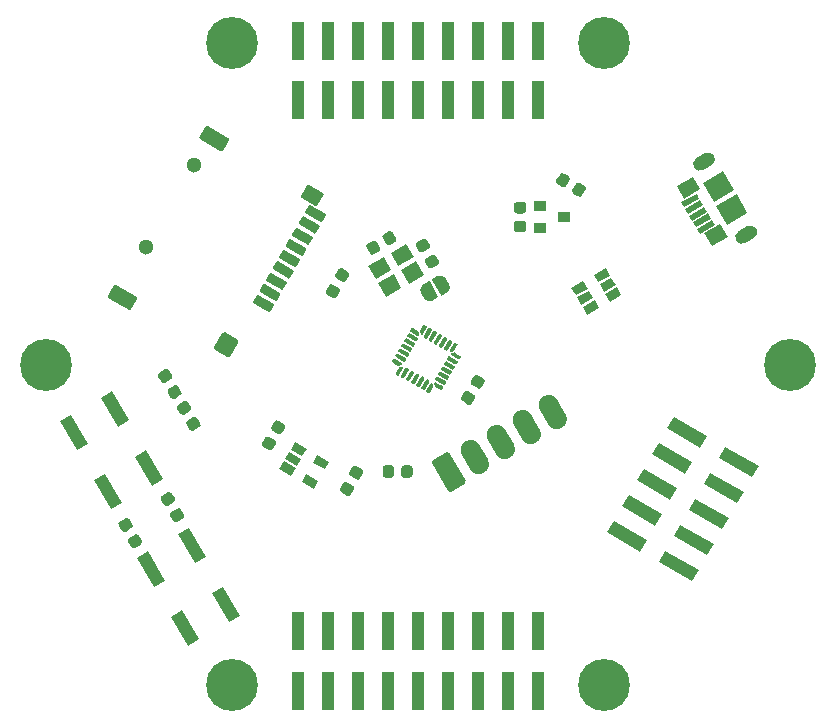
<source format=gts>
%TF.GenerationSoftware,KiCad,Pcbnew,5.1.6-c6e7f7d~86~ubuntu18.04.1*%
%TF.CreationDate,2020-07-24T20:28:44-07:00*%
%TF.ProjectId,stm32f042_breakout,73746d33-3266-4303-9432-5f627265616b,rev?*%
%TF.SameCoordinates,Original*%
%TF.FileFunction,Soldermask,Top*%
%TF.FilePolarity,Negative*%
%FSLAX46Y46*%
G04 Gerber Fmt 4.6, Leading zero omitted, Abs format (unit mm)*
G04 Created by KiCad (PCBNEW 5.1.6-c6e7f7d~86~ubuntu18.04.1) date 2020-07-24 20:28:44*
%MOMM*%
%LPD*%
G01*
G04 APERTURE LIST*
%ADD10C,1.300000*%
%ADD11R,1.100000X3.250000*%
%ADD12C,0.100000*%
%ADD13R,1.000000X0.900000*%
%ADD14C,4.400000*%
G04 APERTURE END LIST*
%TO.C,J7*%
G36*
G01*
X142438064Y-65130862D02*
X144204756Y-66150863D01*
G75*
G02*
X144252339Y-66328446I-65000J-112583D01*
G01*
X143732339Y-67229112D01*
G75*
G02*
X143554756Y-67276695I-112583J65000D01*
G01*
X141788064Y-66256695D01*
G75*
G02*
X141740481Y-66079112I65000J112583D01*
G01*
X142260481Y-65178446D01*
G75*
G02*
X142438064Y-65130863I112583J-65000D01*
G01*
G37*
G36*
G01*
X151630998Y-69168234D02*
X152739510Y-69808234D01*
G75*
G02*
X152798074Y-70026798I-80000J-138564D01*
G01*
X152108074Y-71221914D01*
G75*
G02*
X151889510Y-71280478I-138564J80000D01*
G01*
X150780998Y-70640478D01*
G75*
G02*
X150722434Y-70421914I80000J138564D01*
G01*
X151412434Y-69226798D01*
G75*
G02*
X151630998Y-69168234I138564J-80000D01*
G01*
G37*
G36*
G01*
X158805017Y-56682468D02*
X159965491Y-57352469D01*
G75*
G02*
X160013074Y-57530052I-65000J-112583D01*
G01*
X159493074Y-58430718D01*
G75*
G02*
X159315491Y-58478301I-112583J65000D01*
G01*
X158155017Y-57808301D01*
G75*
G02*
X158107434Y-57630718I65000J112583D01*
G01*
X158627434Y-56730052D01*
G75*
G02*
X158805017Y-56682469I112583J-65000D01*
G01*
G37*
G36*
G01*
X150188064Y-51707468D02*
X151954756Y-52727469D01*
G75*
G02*
X152002339Y-52905052I-65000J-112583D01*
G01*
X151482339Y-53805718D01*
G75*
G02*
X151304756Y-53853301I-112583J65000D01*
G01*
X149538064Y-52833301D01*
G75*
G02*
X149490481Y-52655718I65000J112583D01*
G01*
X150010481Y-51755052D01*
G75*
G02*
X150188064Y-51707469I112583J-65000D01*
G01*
G37*
D10*
X145000000Y-61933459D03*
X149000000Y-55005256D03*
G36*
G01*
X158859439Y-58388205D02*
X160193119Y-59158205D01*
G75*
G02*
X160222401Y-59267487I-40000J-69282D01*
G01*
X159902401Y-59821743D01*
G75*
G02*
X159793119Y-59851025I-69282J40000D01*
G01*
X158459439Y-59081025D01*
G75*
G02*
X158430157Y-58971743I40000J69282D01*
G01*
X158750157Y-58417487D01*
G75*
G02*
X158859439Y-58388205I69282J-40000D01*
G01*
G37*
G36*
G01*
X158309439Y-59340833D02*
X159643119Y-60110833D01*
G75*
G02*
X159672401Y-60220115I-40000J-69282D01*
G01*
X159352401Y-60774371D01*
G75*
G02*
X159243119Y-60803653I-69282J40000D01*
G01*
X157909439Y-60033653D01*
G75*
G02*
X157880157Y-59924371I40000J69282D01*
G01*
X158200157Y-59370115D01*
G75*
G02*
X158309439Y-59340833I69282J-40000D01*
G01*
G37*
G36*
G01*
X157759439Y-60293461D02*
X159093119Y-61063461D01*
G75*
G02*
X159122401Y-61172743I-40000J-69282D01*
G01*
X158802401Y-61726999D01*
G75*
G02*
X158693119Y-61756281I-69282J40000D01*
G01*
X157359439Y-60986281D01*
G75*
G02*
X157330157Y-60876999I40000J69282D01*
G01*
X157650157Y-60322743D01*
G75*
G02*
X157759439Y-60293461I69282J-40000D01*
G01*
G37*
G36*
G01*
X157209439Y-61246089D02*
X158543119Y-62016089D01*
G75*
G02*
X158572401Y-62125371I-40000J-69282D01*
G01*
X158252401Y-62679627D01*
G75*
G02*
X158143119Y-62708909I-69282J40000D01*
G01*
X156809439Y-61938909D01*
G75*
G02*
X156780157Y-61829627I40000J69282D01*
G01*
X157100157Y-61275371D01*
G75*
G02*
X157209439Y-61246089I69282J-40000D01*
G01*
G37*
G36*
G01*
X156659439Y-62198717D02*
X157993119Y-62968717D01*
G75*
G02*
X158022401Y-63077999I-40000J-69282D01*
G01*
X157702401Y-63632255D01*
G75*
G02*
X157593119Y-63661537I-69282J40000D01*
G01*
X156259439Y-62891537D01*
G75*
G02*
X156230157Y-62782255I40000J69282D01*
G01*
X156550157Y-62227999D01*
G75*
G02*
X156659439Y-62198717I69282J-40000D01*
G01*
G37*
G36*
G01*
X156109439Y-63151345D02*
X157443119Y-63921345D01*
G75*
G02*
X157472401Y-64030627I-40000J-69282D01*
G01*
X157152401Y-64584883D01*
G75*
G02*
X157043119Y-64614165I-69282J40000D01*
G01*
X155709439Y-63844165D01*
G75*
G02*
X155680157Y-63734883I40000J69282D01*
G01*
X156000157Y-63180627D01*
G75*
G02*
X156109439Y-63151345I69282J-40000D01*
G01*
G37*
G36*
G01*
X155559439Y-64103973D02*
X156893119Y-64873973D01*
G75*
G02*
X156922401Y-64983255I-40000J-69282D01*
G01*
X156602401Y-65537511D01*
G75*
G02*
X156493119Y-65566793I-69282J40000D01*
G01*
X155159439Y-64796793D01*
G75*
G02*
X155130157Y-64687511I40000J69282D01*
G01*
X155450157Y-64133255D01*
G75*
G02*
X155559439Y-64103973I69282J-40000D01*
G01*
G37*
G36*
G01*
X155009439Y-65056601D02*
X156343119Y-65826601D01*
G75*
G02*
X156372401Y-65935883I-40000J-69282D01*
G01*
X156052401Y-66490139D01*
G75*
G02*
X155943119Y-66519421I-69282J40000D01*
G01*
X154609439Y-65749421D01*
G75*
G02*
X154580157Y-65640139I40000J69282D01*
G01*
X154900157Y-65085883D01*
G75*
G02*
X155009439Y-65056601I69282J-40000D01*
G01*
G37*
G36*
G01*
X154459439Y-66009229D02*
X155793119Y-66779229D01*
G75*
G02*
X155822401Y-66888511I-40000J-69282D01*
G01*
X155502401Y-67442767D01*
G75*
G02*
X155393119Y-67472049I-69282J40000D01*
G01*
X154059439Y-66702049D01*
G75*
G02*
X154030157Y-66592767I40000J69282D01*
G01*
X154350157Y-66038511D01*
G75*
G02*
X154459439Y-66009229I69282J-40000D01*
G01*
G37*
%TD*%
%TO.C,J1*%
G36*
G01*
X179019287Y-76951818D02*
X178319287Y-75739382D01*
G75*
G02*
X178630409Y-74578260I736122J425000D01*
G01*
X178630409Y-74578260D01*
G75*
G02*
X179791531Y-74889382I425000J-736122D01*
G01*
X180491531Y-76101818D01*
G75*
G02*
X180180409Y-77262940I-736122J-425000D01*
G01*
X180180409Y-77262940D01*
G75*
G02*
X179019287Y-76951818I-425000J736122D01*
G01*
G37*
G36*
G01*
X176819583Y-78221818D02*
X176119583Y-77009382D01*
G75*
G02*
X176430705Y-75848260I736122J425000D01*
G01*
X176430705Y-75848260D01*
G75*
G02*
X177591827Y-76159382I425000J-736122D01*
G01*
X178291827Y-77371818D01*
G75*
G02*
X177980705Y-78532940I-736122J-425000D01*
G01*
X177980705Y-78532940D01*
G75*
G02*
X176819583Y-78221818I-425000J736122D01*
G01*
G37*
G36*
G01*
X174619878Y-79491818D02*
X173919878Y-78279382D01*
G75*
G02*
X174231000Y-77118260I736122J425000D01*
G01*
X174231000Y-77118260D01*
G75*
G02*
X175392122Y-77429382I425000J-736122D01*
G01*
X176092122Y-78641818D01*
G75*
G02*
X175781000Y-79802940I-736122J-425000D01*
G01*
X175781000Y-79802940D01*
G75*
G02*
X174619878Y-79491818I-425000J736122D01*
G01*
G37*
G36*
G01*
X172420173Y-80761818D02*
X171720173Y-79549382D01*
G75*
G02*
X172031295Y-78388260I736122J425000D01*
G01*
X172031295Y-78388260D01*
G75*
G02*
X173192417Y-78699382I425000J-736122D01*
G01*
X173892417Y-79911818D01*
G75*
G02*
X173581295Y-81072940I-736122J-425000D01*
G01*
X173581295Y-81072940D01*
G75*
G02*
X172420173Y-80761818I-425000J736122D01*
G01*
G37*
G36*
G01*
X170560469Y-82620715D02*
X169180470Y-80230485D01*
G75*
G02*
X169242694Y-79998261I147224J85000D01*
G01*
X170420488Y-79318261D01*
G75*
G02*
X170652712Y-79380485I85000J-147224D01*
G01*
X172032712Y-81770715D01*
G75*
G02*
X171970488Y-82002939I-147224J-85000D01*
G01*
X170792694Y-82682939D01*
G75*
G02*
X170560470Y-82620715I-85000J147224D01*
G01*
G37*
%TD*%
D11*
%TO.C,J4*%
X178160000Y-94475000D03*
X178160000Y-99525000D03*
X175620000Y-94475000D03*
X175620000Y-99525000D03*
X173080000Y-94475000D03*
X173080000Y-99525000D03*
X170540000Y-94475000D03*
X170540000Y-99525000D03*
X168000000Y-94475000D03*
X168000000Y-99525000D03*
X165460000Y-94475000D03*
X165460000Y-99525000D03*
X162920000Y-94475000D03*
X162920000Y-99525000D03*
X160380000Y-94475000D03*
X160380000Y-99525000D03*
X157840000Y-94475000D03*
X157840000Y-99525000D03*
%TD*%
%TO.C,C1*%
G36*
G01*
X179714953Y-56298870D02*
X179996202Y-55811730D01*
G75*
G02*
X180329171Y-55722511I211094J-121875D01*
G01*
X180751359Y-55966261D01*
G75*
G02*
X180840578Y-56299230I-121875J-211094D01*
G01*
X180559328Y-56786370D01*
G75*
G02*
X180226359Y-56875589I-211094J121875D01*
G01*
X179804171Y-56631839D01*
G75*
G02*
X179714952Y-56298870I121875J211094D01*
G01*
G37*
G36*
G01*
X181078943Y-57086370D02*
X181360192Y-56599230D01*
G75*
G02*
X181693161Y-56510011I211094J-121875D01*
G01*
X182115349Y-56753761D01*
G75*
G02*
X182204568Y-57086730I-121875J-211094D01*
G01*
X181923318Y-57573870D01*
G75*
G02*
X181590349Y-57663089I-211094J121875D01*
G01*
X181168161Y-57419339D01*
G75*
G02*
X181078942Y-57086370I121875J211094D01*
G01*
G37*
%TD*%
%TO.C,C2*%
G36*
G01*
X176365590Y-59710600D02*
X176928090Y-59710600D01*
G75*
G02*
X177171840Y-59954350I0J-243750D01*
G01*
X177171840Y-60441850D01*
G75*
G02*
X176928090Y-60685600I-243750J0D01*
G01*
X176365590Y-60685600D01*
G75*
G02*
X176121840Y-60441850I0J243750D01*
G01*
X176121840Y-59954350D01*
G75*
G02*
X176365590Y-59710600I243750J0D01*
G01*
G37*
G36*
G01*
X176365590Y-58135600D02*
X176928090Y-58135600D01*
G75*
G02*
X177171840Y-58379350I0J-243750D01*
G01*
X177171840Y-58866850D01*
G75*
G02*
X176928090Y-59110600I-243750J0D01*
G01*
X176365590Y-59110600D01*
G75*
G02*
X176121840Y-58866850I0J243750D01*
G01*
X176121840Y-58379350D01*
G75*
G02*
X176365590Y-58135600I243750J0D01*
G01*
G37*
%TD*%
%TO.C,C3*%
G36*
G01*
X156176148Y-77768359D02*
X155689008Y-77487110D01*
G75*
G02*
X155599789Y-77154141I121875J211094D01*
G01*
X155843539Y-76731953D01*
G75*
G02*
X156176508Y-76642734I211094J-121875D01*
G01*
X156663648Y-76923984D01*
G75*
G02*
X156752867Y-77256953I-121875J-211094D01*
G01*
X156509117Y-77679141D01*
G75*
G02*
X156176148Y-77768360I-211094J121875D01*
G01*
G37*
G36*
G01*
X155388648Y-79132349D02*
X154901508Y-78851100D01*
G75*
G02*
X154812289Y-78518131I121875J211094D01*
G01*
X155056039Y-78095943D01*
G75*
G02*
X155389008Y-78006724I211094J-121875D01*
G01*
X155876148Y-78287974D01*
G75*
G02*
X155965367Y-78620943I-121875J-211094D01*
G01*
X155721617Y-79043131D01*
G75*
G02*
X155388648Y-79132350I-211094J121875D01*
G01*
G37*
%TD*%
%TO.C,C4*%
G36*
G01*
X172262520Y-75282002D02*
X171775380Y-75000753D01*
G75*
G02*
X171686161Y-74667784I121875J211094D01*
G01*
X171929911Y-74245596D01*
G75*
G02*
X172262880Y-74156377I211094J-121875D01*
G01*
X172750020Y-74437627D01*
G75*
G02*
X172839239Y-74770596I-121875J-211094D01*
G01*
X172595489Y-75192784D01*
G75*
G02*
X172262520Y-75282003I-211094J121875D01*
G01*
G37*
G36*
G01*
X173050020Y-73918012D02*
X172562880Y-73636763D01*
G75*
G02*
X172473661Y-73303794I121875J211094D01*
G01*
X172717411Y-72881606D01*
G75*
G02*
X173050380Y-72792387I211094J-121875D01*
G01*
X173537520Y-73073637D01*
G75*
G02*
X173626739Y-73406606I-121875J-211094D01*
G01*
X173382989Y-73828794D01*
G75*
G02*
X173050020Y-73918013I-211094J121875D01*
G01*
G37*
%TD*%
%TO.C,C5*%
G36*
G01*
X168893570Y-62099567D02*
X168406430Y-62380818D01*
G75*
G02*
X168073461Y-62291599I-121875J211094D01*
G01*
X167829711Y-61869411D01*
G75*
G02*
X167918930Y-61536442I211094J121875D01*
G01*
X168406070Y-61255192D01*
G75*
G02*
X168739039Y-61344411I121875J-211094D01*
G01*
X168982789Y-61766599D01*
G75*
G02*
X168893570Y-62099568I-211094J-121875D01*
G01*
G37*
G36*
G01*
X169681070Y-63463557D02*
X169193930Y-63744808D01*
G75*
G02*
X168860961Y-63655589I-121875J211094D01*
G01*
X168617211Y-63233401D01*
G75*
G02*
X168706430Y-62900432I211094J121875D01*
G01*
X169193570Y-62619182D01*
G75*
G02*
X169526539Y-62708401I121875J-211094D01*
G01*
X169770289Y-63130589D01*
G75*
G02*
X169681070Y-63463558I-211094J-121875D01*
G01*
G37*
%TD*%
%TO.C,C6*%
G36*
G01*
X163936443Y-62481070D02*
X163655192Y-61993930D01*
G75*
G02*
X163744411Y-61660961I211094J121875D01*
G01*
X164166599Y-61417211D01*
G75*
G02*
X164499568Y-61506430I121875J-211094D01*
G01*
X164780818Y-61993570D01*
G75*
G02*
X164691599Y-62326539I-211094J-121875D01*
G01*
X164269411Y-62570289D01*
G75*
G02*
X163936442Y-62481070I-121875J211094D01*
G01*
G37*
G36*
G01*
X165300433Y-61693570D02*
X165019182Y-61206430D01*
G75*
G02*
X165108401Y-60873461I211094J121875D01*
G01*
X165530589Y-60629711D01*
G75*
G02*
X165863558Y-60718930I121875J-211094D01*
G01*
X166144808Y-61206070D01*
G75*
G02*
X166055589Y-61539039I-211094J-121875D01*
G01*
X165633401Y-61782789D01*
G75*
G02*
X165300432Y-61693570I-121875J211094D01*
G01*
G37*
%TD*%
%TO.C,C7*%
G36*
G01*
X161998256Y-82985926D02*
X161511116Y-82704677D01*
G75*
G02*
X161421897Y-82371708I121875J211094D01*
G01*
X161665647Y-81949520D01*
G75*
G02*
X161998616Y-81860301I211094J-121875D01*
G01*
X162485756Y-82141551D01*
G75*
G02*
X162574975Y-82474520I-121875J-211094D01*
G01*
X162331225Y-82896708D01*
G75*
G02*
X161998256Y-82985927I-211094J121875D01*
G01*
G37*
G36*
G01*
X162785756Y-81621936D02*
X162298616Y-81340687D01*
G75*
G02*
X162209397Y-81007718I121875J211094D01*
G01*
X162453147Y-80585530D01*
G75*
G02*
X162786116Y-80496311I211094J-121875D01*
G01*
X163273256Y-80777561D01*
G75*
G02*
X163362475Y-81110530I-121875J-211094D01*
G01*
X163118725Y-81532718D01*
G75*
G02*
X162785756Y-81621937I-211094J121875D01*
G01*
G37*
%TD*%
%TO.C,C8*%
G36*
G01*
X160794780Y-65126678D02*
X161281920Y-65407927D01*
G75*
G02*
X161371139Y-65740896I-121875J-211094D01*
G01*
X161127389Y-66163084D01*
G75*
G02*
X160794420Y-66252303I-211094J121875D01*
G01*
X160307280Y-65971053D01*
G75*
G02*
X160218061Y-65638084I121875J211094D01*
G01*
X160461811Y-65215896D01*
G75*
G02*
X160794780Y-65126677I211094J-121875D01*
G01*
G37*
G36*
G01*
X161582280Y-63762688D02*
X162069420Y-64043937D01*
G75*
G02*
X162158639Y-64376906I-121875J-211094D01*
G01*
X161914889Y-64799094D01*
G75*
G02*
X161581920Y-64888313I-211094J121875D01*
G01*
X161094780Y-64607063D01*
G75*
G02*
X161005561Y-64274094I121875J211094D01*
G01*
X161249311Y-63851906D01*
G75*
G02*
X161582280Y-63762687I211094J-121875D01*
G01*
G37*
%TD*%
D12*
%TO.C,J2*%
G36*
X194774925Y-57133573D02*
G01*
X193042875Y-58133573D01*
X192117875Y-56531427D01*
X193849925Y-55531427D01*
X194774925Y-57133573D01*
G37*
G36*
X192813452Y-59536202D02*
G01*
X191514414Y-60286202D01*
X191264414Y-59853190D01*
X192563452Y-59103190D01*
X192813452Y-59536202D01*
G37*
G36*
X193138452Y-60099118D02*
G01*
X191839414Y-60849118D01*
X191589414Y-60416106D01*
X192888452Y-59666106D01*
X193138452Y-60099118D01*
G37*
G36*
X191838452Y-57847452D02*
G01*
X190539414Y-58597452D01*
X190289414Y-58164440D01*
X191588452Y-57414440D01*
X191838452Y-57847452D01*
G37*
G36*
X192163452Y-58410368D02*
G01*
X190864414Y-59160368D01*
X190614414Y-58727356D01*
X191913452Y-57977356D01*
X192163452Y-58410368D01*
G37*
G36*
X192488452Y-58973285D02*
G01*
X191189414Y-59723285D01*
X190939414Y-59290273D01*
X192238452Y-58540273D01*
X192488452Y-58973285D01*
G37*
G36*
X195899925Y-59082131D02*
G01*
X194167875Y-60082131D01*
X193242875Y-58479985D01*
X194974925Y-57479985D01*
X195899925Y-59082131D01*
G37*
G36*
G01*
X195140839Y-60617355D02*
X195876961Y-60192355D01*
G75*
G02*
X196662426Y-60402820I287500J-497965D01*
G01*
X196662426Y-60402820D01*
G75*
G02*
X196451961Y-61188285I-497965J-287500D01*
G01*
X195715839Y-61613285D01*
G75*
G02*
X194930374Y-61402820I-287500J497965D01*
G01*
X194930374Y-61402820D01*
G75*
G02*
X195140839Y-60617355I497965J287500D01*
G01*
G37*
G36*
G01*
X192876961Y-54996203D02*
X192140839Y-55421203D01*
G75*
G02*
X191355374Y-55210738I-287500J497965D01*
G01*
X191355374Y-55210738D01*
G75*
G02*
X191565839Y-54425273I497965J287500D01*
G01*
X192301961Y-54000273D01*
G75*
G02*
X193087426Y-54210738I287500J-497965D01*
G01*
X193087426Y-54210738D01*
G75*
G02*
X192876961Y-54996203I-497965J-287500D01*
G01*
G37*
G36*
X191901334Y-57066366D02*
G01*
X190558994Y-57841366D01*
X189933994Y-56758834D01*
X191276334Y-55983834D01*
X191901334Y-57066366D01*
G37*
G36*
X194221334Y-61084724D02*
G01*
X192878994Y-61859724D01*
X192253994Y-60777192D01*
X193596334Y-60002192D01*
X194221334Y-61084724D01*
G37*
%TD*%
D11*
%TO.C,J3*%
X178160000Y-44475000D03*
X178160000Y-49525000D03*
X175620000Y-44475000D03*
X175620000Y-49525000D03*
X173080000Y-44475000D03*
X173080000Y-49525000D03*
X170540000Y-44475000D03*
X170540000Y-49525000D03*
X168000000Y-44475000D03*
X168000000Y-49525000D03*
X165460000Y-44475000D03*
X165460000Y-49525000D03*
X162920000Y-44475000D03*
X162920000Y-49525000D03*
X160380000Y-44475000D03*
X160380000Y-49525000D03*
X157840000Y-44475000D03*
X157840000Y-49525000D03*
%TD*%
D12*
%TO.C,J5*%
G36*
X189107495Y-77301205D02*
G01*
X189657495Y-76348577D01*
X192472077Y-77973577D01*
X191922077Y-78926205D01*
X189107495Y-77301205D01*
G37*
G36*
X193480923Y-79826205D02*
G01*
X194030923Y-78873577D01*
X196845505Y-80498577D01*
X196295505Y-81451205D01*
X193480923Y-79826205D01*
G37*
G36*
X187837495Y-79500909D02*
G01*
X188387495Y-78548281D01*
X191202077Y-80173281D01*
X190652077Y-81125909D01*
X187837495Y-79500909D01*
G37*
G36*
X192210923Y-82025909D02*
G01*
X192760923Y-81073281D01*
X195575505Y-82698281D01*
X195025505Y-83650909D01*
X192210923Y-82025909D01*
G37*
G36*
X186567495Y-81700614D02*
G01*
X187117495Y-80747986D01*
X189932077Y-82372986D01*
X189382077Y-83325614D01*
X186567495Y-81700614D01*
G37*
G36*
X190940923Y-84225614D02*
G01*
X191490923Y-83272986D01*
X194305505Y-84897986D01*
X193755505Y-85850614D01*
X190940923Y-84225614D01*
G37*
G36*
X185297495Y-83900319D02*
G01*
X185847495Y-82947691D01*
X188662077Y-84572691D01*
X188112077Y-85525319D01*
X185297495Y-83900319D01*
G37*
G36*
X189670923Y-86425319D02*
G01*
X190220923Y-85472691D01*
X193035505Y-87097691D01*
X192485505Y-88050319D01*
X189670923Y-86425319D01*
G37*
G36*
X184027495Y-86100023D02*
G01*
X184577495Y-85147395D01*
X187392077Y-86772395D01*
X186842077Y-87725023D01*
X184027495Y-86100023D01*
G37*
G36*
X188400923Y-88625023D02*
G01*
X188950923Y-87672395D01*
X191765505Y-89297395D01*
X191215505Y-90250023D01*
X188400923Y-88625023D01*
G37*
%TD*%
%TO.C,J6*%
G36*
X157211321Y-79098079D02*
G01*
X157586321Y-78448559D01*
X158590911Y-79028559D01*
X158215911Y-79678079D01*
X157211321Y-79098079D01*
G37*
G36*
X156736321Y-79920803D02*
G01*
X157111321Y-79271283D01*
X158115911Y-79851283D01*
X157740911Y-80500803D01*
X156736321Y-79920803D01*
G37*
G36*
X156261321Y-80743527D02*
G01*
X156636321Y-80094007D01*
X157640911Y-80674007D01*
X157265911Y-81323527D01*
X156261321Y-80743527D01*
G37*
G36*
X158166577Y-81843527D02*
G01*
X158541577Y-81194007D01*
X159546167Y-81774007D01*
X159171167Y-82423527D01*
X158166577Y-81843527D01*
G37*
G36*
X159116577Y-80198079D02*
G01*
X159491577Y-79548559D01*
X160496167Y-80128559D01*
X160121167Y-80778079D01*
X159116577Y-80198079D01*
G37*
%TD*%
%TO.C,R1*%
G36*
G01*
X146328930Y-83006443D02*
X146816070Y-82725192D01*
G75*
G02*
X147149039Y-82814411I121875J-211094D01*
G01*
X147392789Y-83236599D01*
G75*
G02*
X147303570Y-83569568I-211094J-121875D01*
G01*
X146816430Y-83850818D01*
G75*
G02*
X146483461Y-83761599I-121875J211094D01*
G01*
X146239711Y-83339411D01*
G75*
G02*
X146328930Y-83006442I211094J121875D01*
G01*
G37*
G36*
G01*
X147116430Y-84370433D02*
X147603570Y-84089182D01*
G75*
G02*
X147936539Y-84178401I121875J-211094D01*
G01*
X148180289Y-84600589D01*
G75*
G02*
X148091070Y-84933558I-211094J-121875D01*
G01*
X147603930Y-85214808D01*
G75*
G02*
X147270961Y-85125589I-121875J211094D01*
G01*
X147027211Y-84703401D01*
G75*
G02*
X147116430Y-84370432I211094J121875D01*
G01*
G37*
%TD*%
%TO.C,R2*%
G36*
G01*
X143733570Y-85769567D02*
X143246430Y-86050818D01*
G75*
G02*
X142913461Y-85961599I-121875J211094D01*
G01*
X142669711Y-85539411D01*
G75*
G02*
X142758930Y-85206442I211094J121875D01*
G01*
X143246070Y-84925192D01*
G75*
G02*
X143579039Y-85014411I121875J-211094D01*
G01*
X143822789Y-85436599D01*
G75*
G02*
X143733570Y-85769568I-211094J-121875D01*
G01*
G37*
G36*
G01*
X144521070Y-87133557D02*
X144033930Y-87414808D01*
G75*
G02*
X143700961Y-87325589I-121875J211094D01*
G01*
X143457211Y-86903401D01*
G75*
G02*
X143546430Y-86570432I211094J121875D01*
G01*
X144033570Y-86289182D01*
G75*
G02*
X144366539Y-86378401I121875J-211094D01*
G01*
X144610289Y-86800589D01*
G75*
G02*
X144521070Y-87133558I-211094J-121875D01*
G01*
G37*
%TD*%
%TO.C,SW1*%
G36*
X144043237Y-79685067D02*
G01*
X144995865Y-79135067D01*
X146420865Y-81603239D01*
X145468237Y-82153239D01*
X144043237Y-79685067D01*
G37*
G36*
X141163237Y-74696761D02*
G01*
X142115865Y-74146761D01*
X143540865Y-76614933D01*
X142588237Y-77164933D01*
X141163237Y-74696761D01*
G37*
G36*
X137699135Y-76696761D02*
G01*
X138651763Y-76146761D01*
X140076763Y-78614933D01*
X139124135Y-79164933D01*
X137699135Y-76696761D01*
G37*
G36*
X140579135Y-81685067D02*
G01*
X141531763Y-81135067D01*
X142956763Y-83603239D01*
X142004135Y-84153239D01*
X140579135Y-81685067D01*
G37*
%TD*%
%TO.C,SW2*%
G36*
X150042916Y-88180780D02*
G01*
X149090288Y-88730780D01*
X147665288Y-86262608D01*
X148617916Y-85712608D01*
X150042916Y-88180780D01*
G37*
G36*
X152922916Y-93169086D02*
G01*
X151970288Y-93719086D01*
X150545288Y-91250914D01*
X151497916Y-90700914D01*
X152922916Y-93169086D01*
G37*
G36*
X149458814Y-95169086D02*
G01*
X148506186Y-95719086D01*
X147081186Y-93250914D01*
X148033814Y-92700914D01*
X149458814Y-95169086D01*
G37*
G36*
X146578814Y-90180780D02*
G01*
X145626186Y-90730780D01*
X144201186Y-88262608D01*
X145153814Y-87712608D01*
X146578814Y-90180780D01*
G37*
%TD*%
D13*
%TO.C,U1*%
X178327300Y-58452980D03*
X178327300Y-60352980D03*
X180327300Y-59402980D03*
%TD*%
D12*
%TO.C,U2*%
G36*
X184856251Y-65361088D02*
G01*
X185231251Y-66010608D01*
X184226661Y-66590608D01*
X183851661Y-65941088D01*
X184856251Y-65361088D01*
G37*
G36*
X184381251Y-64538364D02*
G01*
X184756251Y-65187884D01*
X183751661Y-65767884D01*
X183376661Y-65118364D01*
X184381251Y-64538364D01*
G37*
G36*
X183906251Y-63715640D02*
G01*
X184281251Y-64365160D01*
X183276661Y-64945160D01*
X182901661Y-64295640D01*
X183906251Y-63715640D01*
G37*
G36*
X182000995Y-64815640D02*
G01*
X182375995Y-65465160D01*
X181371405Y-66045160D01*
X180996405Y-65395640D01*
X182000995Y-64815640D01*
G37*
G36*
X182950995Y-66461088D02*
G01*
X183325995Y-67110608D01*
X182321405Y-67690608D01*
X181946405Y-67041088D01*
X182950995Y-66461088D01*
G37*
G36*
X182475995Y-65638364D02*
G01*
X182850995Y-66287884D01*
X181846405Y-66867884D01*
X181471405Y-66218364D01*
X182475995Y-65638364D01*
G37*
%TD*%
%TO.C,U3*%
G36*
X168016157Y-69090248D02*
G01*
X168023328Y-69095386D01*
X168030692Y-69101845D01*
X168036723Y-69108283D01*
X168042695Y-69116064D01*
X168047353Y-69123556D01*
X168051686Y-69132344D01*
X168054794Y-69140600D01*
X168056295Y-69145272D01*
X168105210Y-69327828D01*
X168106247Y-69332625D01*
X168107683Y-69341328D01*
X168108325Y-69351106D01*
X168108036Y-69359923D01*
X168106756Y-69369647D01*
X168104752Y-69378238D01*
X168101603Y-69387514D01*
X168097963Y-69395549D01*
X168095720Y-69399916D01*
X168082540Y-69422744D01*
X168079880Y-69426870D01*
X168074741Y-69434040D01*
X168068283Y-69441404D01*
X168061845Y-69447435D01*
X168054063Y-69453407D01*
X168046572Y-69458065D01*
X168037783Y-69462398D01*
X168029528Y-69465506D01*
X168020058Y-69468043D01*
X168011355Y-69469480D01*
X168001577Y-69470121D01*
X167992760Y-69469833D01*
X167983036Y-69468552D01*
X167974445Y-69466548D01*
X167965169Y-69463400D01*
X167957134Y-69459759D01*
X167952767Y-69457516D01*
X167376861Y-69125016D01*
X167372735Y-69122356D01*
X167365565Y-69117218D01*
X167358200Y-69110759D01*
X167352169Y-69104321D01*
X167346198Y-69096540D01*
X167341540Y-69089048D01*
X167337206Y-69080260D01*
X167334099Y-69072004D01*
X167331561Y-69062535D01*
X167330125Y-69053831D01*
X167329483Y-69044054D01*
X167329772Y-69035237D01*
X167331052Y-69025512D01*
X167333056Y-69016921D01*
X167336205Y-69007646D01*
X167339845Y-68999611D01*
X167342088Y-68995244D01*
X167422088Y-68856680D01*
X167424748Y-68852554D01*
X167429887Y-68845384D01*
X167436345Y-68838020D01*
X167442783Y-68831989D01*
X167450565Y-68826017D01*
X167458056Y-68821359D01*
X167466845Y-68817026D01*
X167475100Y-68813918D01*
X167484570Y-68811381D01*
X167493273Y-68809944D01*
X167503051Y-68809303D01*
X167511868Y-68809591D01*
X167521592Y-68810872D01*
X167530183Y-68812876D01*
X167539459Y-68816024D01*
X167547494Y-68819665D01*
X167551861Y-68821908D01*
X168012032Y-69087588D01*
X168016157Y-69090248D01*
G37*
G36*
G01*
X167088339Y-69434752D02*
X167175839Y-69283198D01*
G75*
G02*
X167295366Y-69251171I75777J-43750D01*
G01*
X167988186Y-69651171D01*
G75*
G02*
X168020213Y-69770698I-43750J-75777D01*
G01*
X167932713Y-69922252D01*
G75*
G02*
X167813186Y-69954279I-75777J43750D01*
G01*
X167120366Y-69554279D01*
G75*
G02*
X167088339Y-69434752I43750J75777D01*
G01*
G37*
G36*
G01*
X166838339Y-69867764D02*
X166925839Y-69716210D01*
G75*
G02*
X167045366Y-69684183I75777J-43750D01*
G01*
X167738186Y-70084183D01*
G75*
G02*
X167770213Y-70203710I-43750J-75777D01*
G01*
X167682713Y-70355264D01*
G75*
G02*
X167563186Y-70387291I-75777J43750D01*
G01*
X166870366Y-69987291D01*
G75*
G02*
X166838339Y-69867764I43750J75777D01*
G01*
G37*
G36*
G01*
X166588339Y-70300777D02*
X166675839Y-70149223D01*
G75*
G02*
X166795366Y-70117196I75777J-43750D01*
G01*
X167488186Y-70517196D01*
G75*
G02*
X167520213Y-70636723I-43750J-75777D01*
G01*
X167432713Y-70788277D01*
G75*
G02*
X167313186Y-70820304I-75777J43750D01*
G01*
X166620366Y-70420304D01*
G75*
G02*
X166588339Y-70300777I43750J75777D01*
G01*
G37*
G36*
G01*
X166338339Y-70733790D02*
X166425839Y-70582236D01*
G75*
G02*
X166545366Y-70550209I75777J-43750D01*
G01*
X167238186Y-70950209D01*
G75*
G02*
X167270213Y-71069736I-43750J-75777D01*
G01*
X167182713Y-71221290D01*
G75*
G02*
X167063186Y-71253317I-75777J43750D01*
G01*
X166370366Y-70853317D01*
G75*
G02*
X166338339Y-70733790I43750J75777D01*
G01*
G37*
G36*
G01*
X166088339Y-71166802D02*
X166175839Y-71015248D01*
G75*
G02*
X166295366Y-70983221I75777J-43750D01*
G01*
X166988186Y-71383221D01*
G75*
G02*
X167020213Y-71502748I-43750J-75777D01*
G01*
X166932713Y-71654302D01*
G75*
G02*
X166813186Y-71686329I-75777J43750D01*
G01*
X166120366Y-71286329D01*
G75*
G02*
X166088339Y-71166802I43750J75777D01*
G01*
G37*
G36*
X166631893Y-71755144D02*
G01*
X166639063Y-71760282D01*
X166646428Y-71766741D01*
X166652459Y-71773179D01*
X166658430Y-71780960D01*
X166663088Y-71788452D01*
X166667422Y-71797240D01*
X166670529Y-71805496D01*
X166673067Y-71814965D01*
X166674503Y-71823669D01*
X166675145Y-71833446D01*
X166674856Y-71842263D01*
X166673576Y-71851988D01*
X166671572Y-71860579D01*
X166668423Y-71869854D01*
X166664783Y-71877889D01*
X166662540Y-71882256D01*
X166649360Y-71905084D01*
X166646700Y-71909210D01*
X166641561Y-71916380D01*
X166635103Y-71923745D01*
X166628665Y-71929776D01*
X166620883Y-71935747D01*
X166613392Y-71940405D01*
X166604603Y-71944739D01*
X166596348Y-71947846D01*
X166591675Y-71949347D01*
X166409120Y-71998263D01*
X166404323Y-71999299D01*
X166395619Y-72000736D01*
X166385842Y-72001377D01*
X166377025Y-72001089D01*
X166367300Y-71999808D01*
X166358709Y-71997804D01*
X166349434Y-71994656D01*
X166341398Y-71991015D01*
X166337032Y-71988772D01*
X165876861Y-71723092D01*
X165872735Y-71720432D01*
X165865565Y-71715294D01*
X165858200Y-71708835D01*
X165852169Y-71702397D01*
X165846198Y-71694616D01*
X165841540Y-71687124D01*
X165837206Y-71678336D01*
X165834099Y-71670080D01*
X165831561Y-71660611D01*
X165830125Y-71651907D01*
X165829483Y-71642130D01*
X165829772Y-71633313D01*
X165831052Y-71623588D01*
X165833056Y-71614997D01*
X165836205Y-71605722D01*
X165839845Y-71597687D01*
X165842088Y-71593320D01*
X165922088Y-71454756D01*
X165924748Y-71450630D01*
X165929887Y-71443460D01*
X165936345Y-71436096D01*
X165942783Y-71430065D01*
X165950565Y-71424093D01*
X165958056Y-71419435D01*
X165966845Y-71415102D01*
X165975100Y-71411994D01*
X165984570Y-71409457D01*
X165993273Y-71408020D01*
X166003051Y-71407379D01*
X166011868Y-71407667D01*
X166021592Y-71408948D01*
X166030183Y-71410952D01*
X166039459Y-71414100D01*
X166047494Y-71417741D01*
X166051861Y-71419984D01*
X166627767Y-71752484D01*
X166631893Y-71755144D01*
G37*
G36*
X166721570Y-72089820D02*
G01*
X166728740Y-72094959D01*
X166736104Y-72101417D01*
X166742135Y-72107855D01*
X166748107Y-72115637D01*
X166752765Y-72123128D01*
X166757098Y-72131917D01*
X166760206Y-72140172D01*
X166762743Y-72149642D01*
X166764180Y-72158345D01*
X166764821Y-72168123D01*
X166764533Y-72176940D01*
X166763252Y-72186664D01*
X166761248Y-72195255D01*
X166758100Y-72204531D01*
X166754459Y-72212566D01*
X166752216Y-72216933D01*
X166419716Y-72792839D01*
X166417056Y-72796965D01*
X166411918Y-72804135D01*
X166405459Y-72811500D01*
X166399021Y-72817531D01*
X166391240Y-72823502D01*
X166383748Y-72828160D01*
X166374960Y-72832494D01*
X166366704Y-72835601D01*
X166357235Y-72838139D01*
X166348531Y-72839575D01*
X166338754Y-72840217D01*
X166329937Y-72839928D01*
X166320212Y-72838648D01*
X166311621Y-72836644D01*
X166302346Y-72833495D01*
X166294311Y-72829855D01*
X166289944Y-72827612D01*
X166151380Y-72747612D01*
X166147254Y-72744952D01*
X166140084Y-72739813D01*
X166132720Y-72733355D01*
X166126689Y-72726917D01*
X166120717Y-72719135D01*
X166116059Y-72711644D01*
X166111726Y-72702855D01*
X166108618Y-72694600D01*
X166106081Y-72685130D01*
X166104644Y-72676427D01*
X166104003Y-72666649D01*
X166104291Y-72657832D01*
X166105572Y-72648108D01*
X166107576Y-72639517D01*
X166110724Y-72630241D01*
X166114365Y-72622206D01*
X166116608Y-72617839D01*
X166382288Y-72157668D01*
X166384948Y-72153543D01*
X166390086Y-72146372D01*
X166396545Y-72139008D01*
X166402983Y-72132977D01*
X166410764Y-72127005D01*
X166418256Y-72122347D01*
X166427044Y-72118014D01*
X166435300Y-72114906D01*
X166439972Y-72113405D01*
X166622528Y-72064490D01*
X166627325Y-72063453D01*
X166636028Y-72062017D01*
X166645806Y-72061375D01*
X166654623Y-72061664D01*
X166664347Y-72062944D01*
X166672938Y-72064948D01*
X166682214Y-72068097D01*
X166690249Y-72071737D01*
X166694616Y-72073980D01*
X166717444Y-72087160D01*
X166721570Y-72089820D01*
G37*
G36*
G01*
X166545871Y-72874334D02*
X166945871Y-72181514D01*
G75*
G02*
X167065398Y-72149487I75777J-43750D01*
G01*
X167216952Y-72236987D01*
G75*
G02*
X167248979Y-72356514I-43750J-75777D01*
G01*
X166848979Y-73049334D01*
G75*
G02*
X166729452Y-73081361I-75777J43750D01*
G01*
X166577898Y-72993861D01*
G75*
G02*
X166545871Y-72874334I43750J75777D01*
G01*
G37*
G36*
G01*
X166978883Y-73124334D02*
X167378883Y-72431514D01*
G75*
G02*
X167498410Y-72399487I75777J-43750D01*
G01*
X167649964Y-72486987D01*
G75*
G02*
X167681991Y-72606514I-43750J-75777D01*
G01*
X167281991Y-73299334D01*
G75*
G02*
X167162464Y-73331361I-75777J43750D01*
G01*
X167010910Y-73243861D01*
G75*
G02*
X166978883Y-73124334I43750J75777D01*
G01*
G37*
G36*
G01*
X167411896Y-73374334D02*
X167811896Y-72681514D01*
G75*
G02*
X167931423Y-72649487I75777J-43750D01*
G01*
X168082977Y-72736987D01*
G75*
G02*
X168115004Y-72856514I-43750J-75777D01*
G01*
X167715004Y-73549334D01*
G75*
G02*
X167595477Y-73581361I-75777J43750D01*
G01*
X167443923Y-73493861D01*
G75*
G02*
X167411896Y-73374334I43750J75777D01*
G01*
G37*
G36*
G01*
X167844909Y-73624334D02*
X168244909Y-72931514D01*
G75*
G02*
X168364436Y-72899487I75777J-43750D01*
G01*
X168515990Y-72986987D01*
G75*
G02*
X168548017Y-73106514I-43750J-75777D01*
G01*
X168148017Y-73799334D01*
G75*
G02*
X168028490Y-73831361I-75777J43750D01*
G01*
X167876936Y-73743861D01*
G75*
G02*
X167844909Y-73624334I43750J75777D01*
G01*
G37*
G36*
G01*
X168277921Y-73874334D02*
X168677921Y-73181514D01*
G75*
G02*
X168797448Y-73149487I75777J-43750D01*
G01*
X168949002Y-73236987D01*
G75*
G02*
X168981029Y-73356514I-43750J-75777D01*
G01*
X168581029Y-74049334D01*
G75*
G02*
X168461502Y-74081361I-75777J43750D01*
G01*
X168309948Y-73993861D01*
G75*
G02*
X168277921Y-73874334I43750J75777D01*
G01*
G37*
G36*
X169203910Y-73523000D02*
G01*
X169211080Y-73528139D01*
X169218445Y-73534597D01*
X169224476Y-73541035D01*
X169230447Y-73548817D01*
X169235105Y-73556308D01*
X169239439Y-73565097D01*
X169242546Y-73573352D01*
X169244047Y-73578025D01*
X169292963Y-73760580D01*
X169293999Y-73765377D01*
X169295436Y-73774081D01*
X169296077Y-73783858D01*
X169295789Y-73792675D01*
X169294508Y-73802400D01*
X169292504Y-73810991D01*
X169289356Y-73820266D01*
X169285715Y-73828302D01*
X169283472Y-73832668D01*
X169017792Y-74292839D01*
X169015132Y-74296965D01*
X169009994Y-74304135D01*
X169003535Y-74311500D01*
X168997097Y-74317531D01*
X168989316Y-74323502D01*
X168981824Y-74328160D01*
X168973036Y-74332494D01*
X168964780Y-74335601D01*
X168955311Y-74338139D01*
X168946607Y-74339575D01*
X168936830Y-74340217D01*
X168928013Y-74339928D01*
X168918288Y-74338648D01*
X168909697Y-74336644D01*
X168900422Y-74333495D01*
X168892387Y-74329855D01*
X168888020Y-74327612D01*
X168749456Y-74247612D01*
X168745330Y-74244952D01*
X168738160Y-74239813D01*
X168730796Y-74233355D01*
X168724765Y-74226917D01*
X168718793Y-74219135D01*
X168714135Y-74211644D01*
X168709802Y-74202855D01*
X168706694Y-74194600D01*
X168704157Y-74185130D01*
X168702720Y-74176427D01*
X168702079Y-74166649D01*
X168702367Y-74157832D01*
X168703648Y-74148108D01*
X168705652Y-74139517D01*
X168708800Y-74130241D01*
X168712441Y-74122206D01*
X168714684Y-74117839D01*
X169047184Y-73541933D01*
X169049844Y-73537807D01*
X169054982Y-73530637D01*
X169061441Y-73523272D01*
X169067879Y-73517241D01*
X169075660Y-73511270D01*
X169083152Y-73506612D01*
X169091940Y-73502278D01*
X169100196Y-73499171D01*
X169109665Y-73496633D01*
X169118369Y-73495197D01*
X169128146Y-73494555D01*
X169136963Y-73494844D01*
X169146688Y-73496124D01*
X169155279Y-73498128D01*
X169164554Y-73501277D01*
X169172589Y-73504917D01*
X169176956Y-73507160D01*
X169199784Y-73520340D01*
X169203910Y-73523000D01*
G37*
G36*
X170091665Y-73752644D02*
G01*
X170098835Y-73757782D01*
X170106200Y-73764241D01*
X170112231Y-73770679D01*
X170118202Y-73778460D01*
X170122860Y-73785952D01*
X170127194Y-73794740D01*
X170130301Y-73802996D01*
X170132839Y-73812465D01*
X170134275Y-73821169D01*
X170134917Y-73830946D01*
X170134628Y-73839763D01*
X170133348Y-73849488D01*
X170131344Y-73858079D01*
X170128195Y-73867354D01*
X170124555Y-73875389D01*
X170122312Y-73879756D01*
X170042312Y-74018320D01*
X170039652Y-74022446D01*
X170034513Y-74029616D01*
X170028055Y-74036980D01*
X170021617Y-74043011D01*
X170013835Y-74048983D01*
X170006344Y-74053641D01*
X169997555Y-74057974D01*
X169989300Y-74061082D01*
X169979830Y-74063619D01*
X169971127Y-74065056D01*
X169961349Y-74065697D01*
X169952532Y-74065409D01*
X169942808Y-74064128D01*
X169934217Y-74062124D01*
X169924941Y-74058976D01*
X169916906Y-74055335D01*
X169912539Y-74053092D01*
X169452368Y-73787412D01*
X169448243Y-73784752D01*
X169441072Y-73779614D01*
X169433708Y-73773155D01*
X169427677Y-73766717D01*
X169421705Y-73758936D01*
X169417047Y-73751444D01*
X169412714Y-73742656D01*
X169409606Y-73734400D01*
X169408105Y-73729728D01*
X169359190Y-73547172D01*
X169358153Y-73542375D01*
X169356717Y-73533672D01*
X169356075Y-73523894D01*
X169356364Y-73515077D01*
X169357644Y-73505353D01*
X169359648Y-73496762D01*
X169362797Y-73487486D01*
X169366437Y-73479451D01*
X169368680Y-73475084D01*
X169381860Y-73452256D01*
X169384520Y-73448130D01*
X169389659Y-73440960D01*
X169396117Y-73433596D01*
X169402555Y-73427565D01*
X169410337Y-73421593D01*
X169417828Y-73416935D01*
X169426617Y-73412602D01*
X169434872Y-73409494D01*
X169444342Y-73406957D01*
X169453045Y-73405520D01*
X169462823Y-73404879D01*
X169471640Y-73405167D01*
X169481364Y-73406448D01*
X169489955Y-73408452D01*
X169499231Y-73411600D01*
X169507266Y-73415241D01*
X169511633Y-73417484D01*
X170087539Y-73749984D01*
X170091665Y-73752644D01*
G37*
G36*
G01*
X169444187Y-73104302D02*
X169531687Y-72952748D01*
G75*
G02*
X169651214Y-72920721I75777J-43750D01*
G01*
X170344034Y-73320721D01*
G75*
G02*
X170376061Y-73440248I-43750J-75777D01*
G01*
X170288561Y-73591802D01*
G75*
G02*
X170169034Y-73623829I-75777J43750D01*
G01*
X169476214Y-73223829D01*
G75*
G02*
X169444187Y-73104302I43750J75777D01*
G01*
G37*
G36*
G01*
X169694187Y-72671290D02*
X169781687Y-72519736D01*
G75*
G02*
X169901214Y-72487709I75777J-43750D01*
G01*
X170594034Y-72887709D01*
G75*
G02*
X170626061Y-73007236I-43750J-75777D01*
G01*
X170538561Y-73158790D01*
G75*
G02*
X170419034Y-73190817I-75777J43750D01*
G01*
X169726214Y-72790817D01*
G75*
G02*
X169694187Y-72671290I43750J75777D01*
G01*
G37*
G36*
G01*
X169944187Y-72238277D02*
X170031687Y-72086723D01*
G75*
G02*
X170151214Y-72054696I75777J-43750D01*
G01*
X170844034Y-72454696D01*
G75*
G02*
X170876061Y-72574223I-43750J-75777D01*
G01*
X170788561Y-72725777D01*
G75*
G02*
X170669034Y-72757804I-75777J43750D01*
G01*
X169976214Y-72357804D01*
G75*
G02*
X169944187Y-72238277I43750J75777D01*
G01*
G37*
G36*
G01*
X170194187Y-71805264D02*
X170281687Y-71653710D01*
G75*
G02*
X170401214Y-71621683I75777J-43750D01*
G01*
X171094034Y-72021683D01*
G75*
G02*
X171126061Y-72141210I-43750J-75777D01*
G01*
X171038561Y-72292764D01*
G75*
G02*
X170919034Y-72324791I-75777J43750D01*
G01*
X170226214Y-71924791D01*
G75*
G02*
X170194187Y-71805264I43750J75777D01*
G01*
G37*
G36*
G01*
X170444187Y-71372252D02*
X170531687Y-71220698D01*
G75*
G02*
X170651214Y-71188671I75777J-43750D01*
G01*
X171344034Y-71588671D01*
G75*
G02*
X171376061Y-71708198I-43750J-75777D01*
G01*
X171288561Y-71859752D01*
G75*
G02*
X171169034Y-71891779I-75777J43750D01*
G01*
X170476214Y-71491779D01*
G75*
G02*
X170444187Y-71372252I43750J75777D01*
G01*
G37*
G36*
X171591665Y-71154568D02*
G01*
X171598835Y-71159706D01*
X171606200Y-71166165D01*
X171612231Y-71172603D01*
X171618202Y-71180384D01*
X171622860Y-71187876D01*
X171627194Y-71196664D01*
X171630301Y-71204920D01*
X171632839Y-71214389D01*
X171634275Y-71223093D01*
X171634917Y-71232870D01*
X171634628Y-71241687D01*
X171633348Y-71251412D01*
X171631344Y-71260003D01*
X171628195Y-71269278D01*
X171624555Y-71277313D01*
X171622312Y-71281680D01*
X171542312Y-71420244D01*
X171539652Y-71424370D01*
X171534513Y-71431540D01*
X171528055Y-71438904D01*
X171521617Y-71444935D01*
X171513835Y-71450907D01*
X171506344Y-71455565D01*
X171497555Y-71459898D01*
X171489300Y-71463006D01*
X171479830Y-71465543D01*
X171471127Y-71466980D01*
X171461349Y-71467621D01*
X171452532Y-71467333D01*
X171442808Y-71466052D01*
X171434217Y-71464048D01*
X171424941Y-71460900D01*
X171416906Y-71457259D01*
X171412539Y-71455016D01*
X170836633Y-71122516D01*
X170832507Y-71119856D01*
X170825337Y-71114718D01*
X170817972Y-71108259D01*
X170811941Y-71101821D01*
X170805970Y-71094040D01*
X170801312Y-71086548D01*
X170796978Y-71077760D01*
X170793871Y-71069504D01*
X170791333Y-71060035D01*
X170789897Y-71051331D01*
X170789255Y-71041554D01*
X170789544Y-71032737D01*
X170790824Y-71023012D01*
X170792828Y-71014421D01*
X170795977Y-71005146D01*
X170799617Y-70997111D01*
X170801860Y-70992744D01*
X170815040Y-70969916D01*
X170817700Y-70965790D01*
X170822839Y-70958620D01*
X170829297Y-70951255D01*
X170835735Y-70945224D01*
X170843517Y-70939253D01*
X170851008Y-70934595D01*
X170859797Y-70930261D01*
X170868052Y-70927154D01*
X170872725Y-70925653D01*
X171055280Y-70876737D01*
X171060077Y-70875701D01*
X171068781Y-70874264D01*
X171078558Y-70873623D01*
X171087375Y-70873911D01*
X171097100Y-70875192D01*
X171105691Y-70877196D01*
X171114966Y-70880344D01*
X171123002Y-70883985D01*
X171127368Y-70886228D01*
X171587539Y-71151908D01*
X171591665Y-71154568D01*
G37*
G36*
X171317146Y-70130048D02*
G01*
X171324316Y-70135187D01*
X171331680Y-70141645D01*
X171337711Y-70148083D01*
X171343683Y-70155865D01*
X171348341Y-70163356D01*
X171352674Y-70172145D01*
X171355782Y-70180400D01*
X171358319Y-70189870D01*
X171359756Y-70198573D01*
X171360397Y-70208351D01*
X171360109Y-70217168D01*
X171358828Y-70226892D01*
X171356824Y-70235483D01*
X171353676Y-70244759D01*
X171350035Y-70252794D01*
X171347792Y-70257161D01*
X171082112Y-70717332D01*
X171079452Y-70721457D01*
X171074314Y-70728628D01*
X171067855Y-70735992D01*
X171061417Y-70742023D01*
X171053636Y-70747995D01*
X171046144Y-70752653D01*
X171037356Y-70756986D01*
X171029100Y-70760094D01*
X171024428Y-70761595D01*
X170841872Y-70810510D01*
X170837075Y-70811547D01*
X170828372Y-70812983D01*
X170818594Y-70813625D01*
X170809777Y-70813336D01*
X170800053Y-70812056D01*
X170791462Y-70810052D01*
X170782186Y-70806903D01*
X170774151Y-70803263D01*
X170769784Y-70801020D01*
X170746956Y-70787840D01*
X170742830Y-70785180D01*
X170735660Y-70780041D01*
X170728296Y-70773583D01*
X170722265Y-70767145D01*
X170716293Y-70759363D01*
X170711635Y-70751872D01*
X170707302Y-70743083D01*
X170704194Y-70734828D01*
X170701657Y-70725358D01*
X170700220Y-70716655D01*
X170699579Y-70706877D01*
X170699867Y-70698060D01*
X170701148Y-70688336D01*
X170703152Y-70679745D01*
X170706300Y-70670469D01*
X170709941Y-70662434D01*
X170712184Y-70658067D01*
X171044684Y-70082161D01*
X171047344Y-70078035D01*
X171052482Y-70070865D01*
X171058941Y-70063500D01*
X171065379Y-70057469D01*
X171073160Y-70051498D01*
X171080652Y-70046840D01*
X171089440Y-70042506D01*
X171097696Y-70039399D01*
X171107165Y-70036861D01*
X171115869Y-70035425D01*
X171125646Y-70034783D01*
X171134463Y-70035072D01*
X171144188Y-70036352D01*
X171152779Y-70038356D01*
X171162054Y-70041505D01*
X171170089Y-70045145D01*
X171174456Y-70047388D01*
X171313020Y-70127388D01*
X171317146Y-70130048D01*
G37*
G36*
G01*
X170215421Y-70518486D02*
X170615421Y-69825666D01*
G75*
G02*
X170734948Y-69793639I75777J-43750D01*
G01*
X170886502Y-69881139D01*
G75*
G02*
X170918529Y-70000666I-43750J-75777D01*
G01*
X170518529Y-70693486D01*
G75*
G02*
X170399002Y-70725513I-75777J43750D01*
G01*
X170247448Y-70638013D01*
G75*
G02*
X170215421Y-70518486I43750J75777D01*
G01*
G37*
G36*
G01*
X169782409Y-70268486D02*
X170182409Y-69575666D01*
G75*
G02*
X170301936Y-69543639I75777J-43750D01*
G01*
X170453490Y-69631139D01*
G75*
G02*
X170485517Y-69750666I-43750J-75777D01*
G01*
X170085517Y-70443486D01*
G75*
G02*
X169965990Y-70475513I-75777J43750D01*
G01*
X169814436Y-70388013D01*
G75*
G02*
X169782409Y-70268486I43750J75777D01*
G01*
G37*
G36*
G01*
X169349396Y-70018486D02*
X169749396Y-69325666D01*
G75*
G02*
X169868923Y-69293639I75777J-43750D01*
G01*
X170020477Y-69381139D01*
G75*
G02*
X170052504Y-69500666I-43750J-75777D01*
G01*
X169652504Y-70193486D01*
G75*
G02*
X169532977Y-70225513I-75777J43750D01*
G01*
X169381423Y-70138013D01*
G75*
G02*
X169349396Y-70018486I43750J75777D01*
G01*
G37*
G36*
G01*
X168916383Y-69768486D02*
X169316383Y-69075666D01*
G75*
G02*
X169435910Y-69043639I75777J-43750D01*
G01*
X169587464Y-69131139D01*
G75*
G02*
X169619491Y-69250666I-43750J-75777D01*
G01*
X169219491Y-69943486D01*
G75*
G02*
X169099964Y-69975513I-75777J43750D01*
G01*
X168948410Y-69888013D01*
G75*
G02*
X168916383Y-69768486I43750J75777D01*
G01*
G37*
G36*
G01*
X168483371Y-69518486D02*
X168883371Y-68825666D01*
G75*
G02*
X169002898Y-68793639I75777J-43750D01*
G01*
X169154452Y-68881139D01*
G75*
G02*
X169186479Y-69000666I-43750J-75777D01*
G01*
X168786479Y-69693486D01*
G75*
G02*
X168666952Y-69725513I-75777J43750D01*
G01*
X168515398Y-69638013D01*
G75*
G02*
X168483371Y-69518486I43750J75777D01*
G01*
G37*
G36*
X168719070Y-68630048D02*
G01*
X168726240Y-68635187D01*
X168733604Y-68641645D01*
X168739635Y-68648083D01*
X168745607Y-68655865D01*
X168750265Y-68663356D01*
X168754598Y-68672145D01*
X168757706Y-68680400D01*
X168760243Y-68689870D01*
X168761680Y-68698573D01*
X168762321Y-68708351D01*
X168762033Y-68717168D01*
X168760752Y-68726892D01*
X168758748Y-68735483D01*
X168755600Y-68744759D01*
X168751959Y-68752794D01*
X168749716Y-68757161D01*
X168417216Y-69333067D01*
X168414556Y-69337193D01*
X168409418Y-69344363D01*
X168402959Y-69351728D01*
X168396521Y-69357759D01*
X168388740Y-69363730D01*
X168381248Y-69368388D01*
X168372460Y-69372722D01*
X168364204Y-69375829D01*
X168354735Y-69378367D01*
X168346031Y-69379803D01*
X168336254Y-69380445D01*
X168327437Y-69380156D01*
X168317712Y-69378876D01*
X168309121Y-69376872D01*
X168299846Y-69373723D01*
X168291811Y-69370083D01*
X168287444Y-69367840D01*
X168264616Y-69354660D01*
X168260490Y-69352000D01*
X168253320Y-69346861D01*
X168245955Y-69340403D01*
X168239924Y-69333965D01*
X168233953Y-69326183D01*
X168229295Y-69318692D01*
X168224961Y-69309903D01*
X168221854Y-69301648D01*
X168220353Y-69296975D01*
X168171437Y-69114420D01*
X168170401Y-69109623D01*
X168168964Y-69100919D01*
X168168323Y-69091142D01*
X168168611Y-69082325D01*
X168169892Y-69072600D01*
X168171896Y-69064009D01*
X168175044Y-69054734D01*
X168178685Y-69046698D01*
X168180928Y-69042332D01*
X168446608Y-68582161D01*
X168449268Y-68578035D01*
X168454406Y-68570865D01*
X168460865Y-68563500D01*
X168467303Y-68557469D01*
X168475084Y-68551498D01*
X168482576Y-68546840D01*
X168491364Y-68542506D01*
X168499620Y-68539399D01*
X168509089Y-68536861D01*
X168517793Y-68535425D01*
X168527570Y-68534783D01*
X168536387Y-68535072D01*
X168546112Y-68536352D01*
X168554703Y-68538356D01*
X168563978Y-68541505D01*
X168572013Y-68545145D01*
X168576380Y-68547388D01*
X168714944Y-68627388D01*
X168719070Y-68630048D01*
G37*
%TD*%
%TO.C,Y1*%
G36*
X167001647Y-61687261D02*
G01*
X167651647Y-62813095D01*
X166352609Y-63563095D01*
X165702609Y-62437261D01*
X167001647Y-61687261D01*
G37*
G36*
X165096391Y-62787261D02*
G01*
X165746391Y-63913095D01*
X164447353Y-64663095D01*
X163797353Y-63537261D01*
X165096391Y-62787261D01*
G37*
G36*
X165946391Y-64259505D02*
G01*
X166596391Y-65385339D01*
X165297353Y-66135339D01*
X164647353Y-65009505D01*
X165946391Y-64259505D01*
G37*
G36*
X167851647Y-63159505D02*
G01*
X168501647Y-64285339D01*
X167202609Y-65035339D01*
X166552609Y-63909505D01*
X167851647Y-63159505D01*
G37*
%TD*%
%TO.C,D1*%
G36*
G01*
X149481070Y-77213557D02*
X148993930Y-77494808D01*
G75*
G02*
X148660961Y-77405589I-121875J211094D01*
G01*
X148417211Y-76983401D01*
G75*
G02*
X148506430Y-76650432I211094J121875D01*
G01*
X148993570Y-76369182D01*
G75*
G02*
X149326539Y-76458401I121875J-211094D01*
G01*
X149570289Y-76880589D01*
G75*
G02*
X149481070Y-77213558I-211094J-121875D01*
G01*
G37*
G36*
G01*
X148693570Y-75849567D02*
X148206430Y-76130818D01*
G75*
G02*
X147873461Y-76041599I-121875J211094D01*
G01*
X147629711Y-75619411D01*
G75*
G02*
X147718930Y-75286442I211094J121875D01*
G01*
X148206070Y-75005192D01*
G75*
G02*
X148539039Y-75094411I121875J-211094D01*
G01*
X148782789Y-75516599D01*
G75*
G02*
X148693570Y-75849568I-211094J-121875D01*
G01*
G37*
%TD*%
%TO.C,R3*%
G36*
G01*
X147881070Y-74513557D02*
X147393930Y-74794808D01*
G75*
G02*
X147060961Y-74705589I-121875J211094D01*
G01*
X146817211Y-74283401D01*
G75*
G02*
X146906430Y-73950432I211094J121875D01*
G01*
X147393570Y-73669182D01*
G75*
G02*
X147726539Y-73758401I121875J-211094D01*
G01*
X147970289Y-74180589D01*
G75*
G02*
X147881070Y-74513558I-211094J-121875D01*
G01*
G37*
G36*
G01*
X147093570Y-73149567D02*
X146606430Y-73430818D01*
G75*
G02*
X146273461Y-73341599I-121875J211094D01*
G01*
X146029711Y-72919411D01*
G75*
G02*
X146118930Y-72586442I211094J121875D01*
G01*
X146606070Y-72305192D01*
G75*
G02*
X146939039Y-72394411I121875J-211094D01*
G01*
X147182789Y-72816599D01*
G75*
G02*
X147093570Y-73149568I-211094J-121875D01*
G01*
G37*
%TD*%
%TO.C,C9*%
G36*
G01*
X165008640Y-81236130D02*
X165008640Y-80673630D01*
G75*
G02*
X165252390Y-80429880I243750J0D01*
G01*
X165739890Y-80429880D01*
G75*
G02*
X165983640Y-80673630I0J-243750D01*
G01*
X165983640Y-81236130D01*
G75*
G02*
X165739890Y-81479880I-243750J0D01*
G01*
X165252390Y-81479880D01*
G75*
G02*
X165008640Y-81236130I0J243750D01*
G01*
G37*
G36*
G01*
X166583640Y-81236130D02*
X166583640Y-80673630D01*
G75*
G02*
X166827390Y-80429880I243750J0D01*
G01*
X167314890Y-80429880D01*
G75*
G02*
X167558640Y-80673630I0J-243750D01*
G01*
X167558640Y-81236130D01*
G75*
G02*
X167314890Y-81479880I-243750J0D01*
G01*
X166827390Y-81479880D01*
G75*
G02*
X166583640Y-81236130I0J243750D01*
G01*
G37*
%TD*%
%TO.C,JP1*%
G36*
X169281490Y-66470354D02*
G01*
X169265535Y-66479566D01*
X169261170Y-66481808D01*
X169216476Y-66502058D01*
X169211913Y-66503861D01*
X169165450Y-66519634D01*
X169160731Y-66520982D01*
X169112944Y-66532124D01*
X169108118Y-66533002D01*
X169059470Y-66539407D01*
X169054578Y-66539808D01*
X169005537Y-66541413D01*
X169000633Y-66541332D01*
X168951670Y-66538124D01*
X168946794Y-66537562D01*
X168898383Y-66529569D01*
X168893587Y-66528533D01*
X168846190Y-66515833D01*
X168841519Y-66514333D01*
X168795597Y-66497049D01*
X168791094Y-66495097D01*
X168747086Y-66473395D01*
X168742799Y-66471012D01*
X168701130Y-66445102D01*
X168697095Y-66442309D01*
X168658167Y-66412438D01*
X168654426Y-66409264D01*
X168618613Y-66375722D01*
X168615200Y-66372194D01*
X168582848Y-66335303D01*
X168579798Y-66331460D01*
X168551217Y-66291576D01*
X168548557Y-66287452D01*
X168539346Y-66271498D01*
X168535769Y-66266506D01*
X168285769Y-65833494D01*
X168283235Y-65827900D01*
X168274023Y-65811946D01*
X168271782Y-65807581D01*
X168251532Y-65762887D01*
X168249729Y-65758324D01*
X168233956Y-65711861D01*
X168232608Y-65707141D01*
X168221466Y-65659355D01*
X168220588Y-65654528D01*
X168214183Y-65605880D01*
X168213781Y-65600989D01*
X168212177Y-65551948D01*
X168212257Y-65547043D01*
X168215466Y-65498081D01*
X168216027Y-65493205D01*
X168224020Y-65444793D01*
X168225056Y-65439998D01*
X168237756Y-65392601D01*
X168239257Y-65387930D01*
X168256540Y-65342008D01*
X168258492Y-65337504D01*
X168280195Y-65293497D01*
X168282577Y-65289209D01*
X168308487Y-65247541D01*
X168311281Y-65243505D01*
X168341152Y-65204577D01*
X168344325Y-65200836D01*
X168377868Y-65165023D01*
X168381395Y-65161610D01*
X168418286Y-65129258D01*
X168422129Y-65126208D01*
X168462013Y-65097627D01*
X168466137Y-65094968D01*
X168482092Y-65085757D01*
X168487083Y-65082180D01*
X168920096Y-64832180D01*
X168929024Y-64828134D01*
X168938569Y-64825909D01*
X168948367Y-64825588D01*
X168958037Y-64827185D01*
X168967209Y-64830637D01*
X168975534Y-64835813D01*
X168982687Y-64842513D01*
X168988397Y-64850481D01*
X169738397Y-66149519D01*
X169742442Y-66158448D01*
X169744668Y-66167993D01*
X169744988Y-66177790D01*
X169743392Y-66187460D01*
X169739940Y-66196633D01*
X169734763Y-66204957D01*
X169728063Y-66212111D01*
X169720096Y-66217820D01*
X169287083Y-66467820D01*
X169281490Y-66470354D01*
G37*
G36*
X169970976Y-66071866D02*
G01*
X169961431Y-66074091D01*
X169951633Y-66074412D01*
X169941963Y-66072815D01*
X169932791Y-66069363D01*
X169924466Y-66064187D01*
X169917313Y-66057487D01*
X169911603Y-66049519D01*
X169161603Y-64750481D01*
X169157558Y-64741552D01*
X169155332Y-64732007D01*
X169155012Y-64722210D01*
X169156608Y-64712540D01*
X169160060Y-64703367D01*
X169165237Y-64695043D01*
X169171937Y-64687889D01*
X169179904Y-64682180D01*
X169612917Y-64432180D01*
X169618510Y-64429646D01*
X169634465Y-64420434D01*
X169638830Y-64418192D01*
X169683524Y-64397942D01*
X169688087Y-64396139D01*
X169734550Y-64380366D01*
X169739269Y-64379018D01*
X169787056Y-64367876D01*
X169791882Y-64366998D01*
X169840530Y-64360593D01*
X169845422Y-64360192D01*
X169894463Y-64358587D01*
X169899367Y-64358668D01*
X169948330Y-64361876D01*
X169953206Y-64362438D01*
X170001617Y-64370431D01*
X170006413Y-64371467D01*
X170053810Y-64384167D01*
X170058481Y-64385667D01*
X170104403Y-64402951D01*
X170108906Y-64404903D01*
X170152914Y-64426605D01*
X170157201Y-64428988D01*
X170198870Y-64454898D01*
X170202905Y-64457691D01*
X170241833Y-64487562D01*
X170245574Y-64490736D01*
X170281387Y-64524278D01*
X170284800Y-64527806D01*
X170317152Y-64564697D01*
X170320202Y-64568540D01*
X170348783Y-64608424D01*
X170351443Y-64612548D01*
X170360654Y-64628502D01*
X170364231Y-64633494D01*
X170614231Y-65066506D01*
X170616765Y-65072100D01*
X170625977Y-65088054D01*
X170628218Y-65092419D01*
X170648468Y-65137113D01*
X170650271Y-65141676D01*
X170666044Y-65188139D01*
X170667392Y-65192859D01*
X170678534Y-65240645D01*
X170679412Y-65245472D01*
X170685817Y-65294120D01*
X170686219Y-65299011D01*
X170687823Y-65348052D01*
X170687743Y-65352957D01*
X170684534Y-65401919D01*
X170683973Y-65406795D01*
X170675980Y-65455207D01*
X170674944Y-65460002D01*
X170662244Y-65507399D01*
X170660743Y-65512070D01*
X170643460Y-65557992D01*
X170641508Y-65562496D01*
X170619805Y-65606503D01*
X170617423Y-65610791D01*
X170591513Y-65652459D01*
X170588719Y-65656495D01*
X170558848Y-65695423D01*
X170555675Y-65699164D01*
X170522132Y-65734977D01*
X170518605Y-65738390D01*
X170481714Y-65770742D01*
X170477871Y-65773792D01*
X170437987Y-65802373D01*
X170433863Y-65805032D01*
X170417908Y-65814243D01*
X170412917Y-65817820D01*
X169979904Y-66067820D01*
X169970976Y-66071866D01*
G37*
%TD*%
D14*
%TO.C,J8*%
X152250000Y-44700000D03*
%TD*%
%TO.C,J9*%
X183750000Y-44700000D03*
%TD*%
%TO.C,J10*%
X199500000Y-71900000D03*
%TD*%
%TO.C,J11*%
X183750000Y-99000000D03*
%TD*%
%TO.C,J12*%
X136500000Y-71900000D03*
%TD*%
%TO.C,J13*%
X152250000Y-99000000D03*
%TD*%
M02*

</source>
